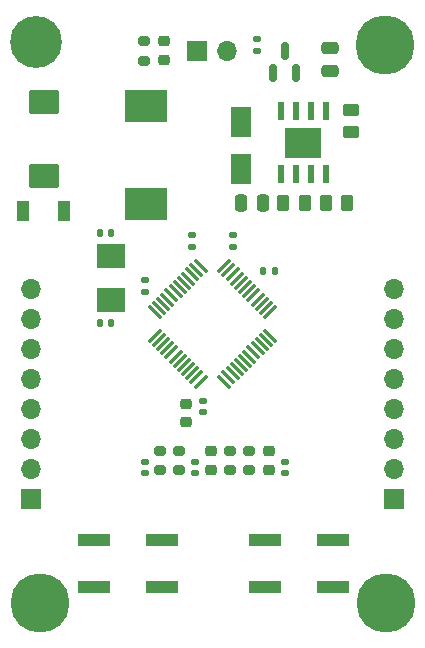
<source format=gbr>
%TF.GenerationSoftware,KiCad,Pcbnew,(6.0.8)*%
%TF.CreationDate,2022-12-02T21:09:01+01:00*%
%TF.ProjectId,mcudev,6d637564-6576-42e6-9b69-6361645f7063,rev?*%
%TF.SameCoordinates,Original*%
%TF.FileFunction,Soldermask,Top*%
%TF.FilePolarity,Negative*%
%FSLAX46Y46*%
G04 Gerber Fmt 4.6, Leading zero omitted, Abs format (unit mm)*
G04 Created by KiCad (PCBNEW (6.0.8)) date 2022-12-02 21:09:01*
%MOMM*%
%LPD*%
G01*
G04 APERTURE LIST*
G04 Aperture macros list*
%AMRoundRect*
0 Rectangle with rounded corners*
0 $1 Rounding radius*
0 $2 $3 $4 $5 $6 $7 $8 $9 X,Y pos of 4 corners*
0 Add a 4 corners polygon primitive as box body*
4,1,4,$2,$3,$4,$5,$6,$7,$8,$9,$2,$3,0*
0 Add four circle primitives for the rounded corners*
1,1,$1+$1,$2,$3*
1,1,$1+$1,$4,$5*
1,1,$1+$1,$6,$7*
1,1,$1+$1,$8,$9*
0 Add four rect primitives between the rounded corners*
20,1,$1+$1,$2,$3,$4,$5,0*
20,1,$1+$1,$4,$5,$6,$7,0*
20,1,$1+$1,$6,$7,$8,$9,0*
20,1,$1+$1,$8,$9,$2,$3,0*%
G04 Aperture macros list end*
%ADD10C,4.400000*%
%ADD11C,0.700000*%
%ADD12RoundRect,0.225000X-0.250000X0.225000X-0.250000X-0.225000X0.250000X-0.225000X0.250000X0.225000X0*%
%ADD13RoundRect,0.200000X-0.275000X0.200000X-0.275000X-0.200000X0.275000X-0.200000X0.275000X0.200000X0*%
%ADD14R,3.600000X2.700000*%
%ADD15R,2.800000X1.000000*%
%ADD16RoundRect,0.140000X0.170000X-0.140000X0.170000X0.140000X-0.170000X0.140000X-0.170000X-0.140000X0*%
%ADD17RoundRect,0.147500X0.172500X-0.147500X0.172500X0.147500X-0.172500X0.147500X-0.172500X-0.147500X0*%
%ADD18RoundRect,0.250000X-0.262500X-0.450000X0.262500X-0.450000X0.262500X0.450000X-0.262500X0.450000X0*%
%ADD19C,0.800000*%
%ADD20C,5.000000*%
%ADD21R,1.700000X1.700000*%
%ADD22O,1.700000X1.700000*%
%ADD23RoundRect,0.140000X0.140000X0.170000X-0.140000X0.170000X-0.140000X-0.170000X0.140000X-0.170000X0*%
%ADD24RoundRect,0.150000X0.150000X-0.587500X0.150000X0.587500X-0.150000X0.587500X-0.150000X-0.587500X0*%
%ADD25R,2.400000X2.000000*%
%ADD26R,1.800000X2.500000*%
%ADD27RoundRect,0.200000X0.275000X-0.200000X0.275000X0.200000X-0.275000X0.200000X-0.275000X-0.200000X0*%
%ADD28RoundRect,0.135000X0.135000X0.185000X-0.135000X0.185000X-0.135000X-0.185000X0.135000X-0.185000X0*%
%ADD29RoundRect,0.250000X-0.475000X0.250000X-0.475000X-0.250000X0.475000X-0.250000X0.475000X0.250000X0*%
%ADD30RoundRect,0.250000X0.450000X-0.262500X0.450000X0.262500X-0.450000X0.262500X-0.450000X-0.262500X0*%
%ADD31RoundRect,0.140000X-0.170000X0.140000X-0.170000X-0.140000X0.170000X-0.140000X0.170000X0.140000X0*%
%ADD32RoundRect,0.250000X1.025000X-0.787500X1.025000X0.787500X-1.025000X0.787500X-1.025000X-0.787500X0*%
%ADD33RoundRect,0.075000X-0.521491X0.415425X0.415425X-0.521491X0.521491X-0.415425X-0.415425X0.521491X0*%
%ADD34RoundRect,0.075000X-0.521491X-0.415425X-0.415425X-0.521491X0.521491X0.415425X0.415425X0.521491X0*%
%ADD35R,0.600000X1.550000*%
%ADD36R,3.100000X2.600000*%
%ADD37RoundRect,0.218750X0.256250X-0.218750X0.256250X0.218750X-0.256250X0.218750X-0.256250X-0.218750X0*%
%ADD38R,1.100000X1.700000*%
%ADD39RoundRect,0.218750X-0.256250X0.218750X-0.256250X-0.218750X0.256250X-0.218750X0.256250X0.218750X0*%
%ADD40RoundRect,0.250000X0.250000X0.475000X-0.250000X0.475000X-0.250000X-0.475000X0.250000X-0.475000X0*%
G04 APERTURE END LIST*
D10*
%TO.C,H3*%
X125600000Y-56600000D03*
D11*
X123950000Y-56600000D03*
X127250000Y-56600000D03*
X124433274Y-55433274D03*
X125600000Y-58250000D03*
X126766726Y-57766726D03*
X126766726Y-55433274D03*
X125600000Y-54950000D03*
X124433274Y-57766726D03*
%TD*%
D12*
%TO.C,U1*%
X138300000Y-87275000D03*
X138300000Y-88825000D03*
%TD*%
D13*
%TO.C,R6*%
X136087500Y-91265000D03*
X136087500Y-92915000D03*
%TD*%
D14*
%TO.C,L1*%
X134863333Y-62050000D03*
X134863333Y-70350000D03*
%TD*%
D15*
%TO.C,SW1*%
X150741666Y-98800000D03*
X144941666Y-98800000D03*
X144941666Y-102800000D03*
X150741666Y-102800000D03*
%TD*%
D16*
%TO.C,U11*%
X139012500Y-93140000D03*
X139012500Y-92180000D03*
%TD*%
D17*
%TO.C,F1*%
X144240000Y-57395000D03*
X144240000Y-56425000D03*
%TD*%
D18*
%TO.C,R10*%
X150095000Y-70270000D03*
X151920000Y-70270000D03*
%TD*%
D15*
%TO.C,SW2*%
X130470000Y-102810000D03*
X136270000Y-102810000D03*
X136270000Y-98810000D03*
X130470000Y-98810000D03*
%TD*%
D13*
%TO.C,R1*%
X143615000Y-91265000D03*
X143615000Y-92915000D03*
%TD*%
D19*
%TO.C,H2*%
X156485825Y-102814175D03*
X155160000Y-106015000D03*
X157035000Y-104140000D03*
X153834175Y-102814175D03*
X156485825Y-105465825D03*
X153285000Y-104140000D03*
X155160000Y-102265000D03*
D20*
X155160000Y-104140000D03*
D19*
X153834175Y-105465825D03*
%TD*%
D13*
%TO.C,R2*%
X142017500Y-91265000D03*
X142017500Y-92915000D03*
%TD*%
D21*
%TO.C,J1*%
X155900000Y-95300000D03*
D22*
X155900000Y-92760000D03*
X155900000Y-90220000D03*
X155900000Y-87680000D03*
X155900000Y-85140000D03*
X155900000Y-82600000D03*
X155900000Y-80060000D03*
X155900000Y-77520000D03*
%TD*%
D23*
%TO.C,U8*%
X131900000Y-72800000D03*
X130940000Y-72800000D03*
%TD*%
D24*
%TO.C,Q1*%
X145655000Y-59275000D03*
X147555000Y-59275000D03*
X146605000Y-57400000D03*
%TD*%
D19*
%TO.C,H1*%
X125870000Y-102245000D03*
X125870000Y-105995000D03*
X127195825Y-102794175D03*
X127195825Y-105445825D03*
X124544175Y-105445825D03*
X124544175Y-102794175D03*
X123995000Y-104120000D03*
D20*
X125870000Y-104120000D03*
D19*
X127745000Y-104120000D03*
%TD*%
D25*
%TO.C,U7*%
X131900000Y-74750000D03*
X131900000Y-78450000D03*
%TD*%
D21*
%TO.C,J2*%
X125100000Y-95300000D03*
D22*
X125100000Y-92760000D03*
X125100000Y-90220000D03*
X125100000Y-87680000D03*
X125100000Y-85140000D03*
X125100000Y-82600000D03*
X125100000Y-80060000D03*
X125100000Y-77520000D03*
%TD*%
D16*
%TO.C,U6*%
X146620000Y-93140000D03*
X146620000Y-92180000D03*
%TD*%
D18*
%TO.C,R9*%
X146514583Y-70270000D03*
X148339583Y-70270000D03*
%TD*%
D26*
%TO.C,D3*%
X142876666Y-67410000D03*
X142876666Y-63410000D03*
%TD*%
D16*
%TO.C,U3*%
X134800000Y-77780000D03*
X134800000Y-76820000D03*
%TD*%
D27*
%TO.C,R7*%
X137685000Y-92915000D03*
X137685000Y-91265000D03*
%TD*%
%TO.C,R8*%
X134700000Y-58225000D03*
X134700000Y-56575000D03*
%TD*%
D16*
%TO.C,U2*%
X142200000Y-73980000D03*
X142200000Y-73020000D03*
%TD*%
D28*
%TO.C,R3*%
X145770000Y-76060000D03*
X144750000Y-76060000D03*
%TD*%
D29*
%TO.C,U15*%
X150430000Y-57160000D03*
X150430000Y-59060000D03*
%TD*%
D30*
%TO.C,R11*%
X152190000Y-64242500D03*
X152190000Y-62417500D03*
%TD*%
D16*
%TO.C,U5*%
X138800000Y-73980000D03*
X138800000Y-73020000D03*
%TD*%
D31*
%TO.C,U12*%
X134760000Y-92180000D03*
X134760000Y-93140000D03*
%TD*%
D19*
%TO.C,H4*%
X156475825Y-55574175D03*
X155150000Y-58775000D03*
X153824175Y-55574175D03*
X153275000Y-56900000D03*
D20*
X155150000Y-56900000D03*
D19*
X157025000Y-56900000D03*
X153824175Y-58225825D03*
X155150000Y-55025000D03*
X156475825Y-58225825D03*
%TD*%
D32*
%TO.C,C1*%
X126200000Y-67962500D03*
X126200000Y-61737500D03*
%TD*%
D33*
%TO.C,STM32F30*%
X139494105Y-75612124D03*
X139140551Y-75965678D03*
X138786998Y-76319231D03*
X138433444Y-76672785D03*
X138079891Y-77026338D03*
X137726338Y-77379891D03*
X137372784Y-77733445D03*
X137019231Y-78086998D03*
X136665678Y-78440551D03*
X136312124Y-78794105D03*
X135958571Y-79147658D03*
X135605017Y-79501212D03*
D34*
X135605017Y-81498788D03*
X135958571Y-81852342D03*
X136312124Y-82205895D03*
X136665678Y-82559449D03*
X137019231Y-82913002D03*
X137372784Y-83266555D03*
X137726338Y-83620109D03*
X138079891Y-83973662D03*
X138433444Y-84327215D03*
X138786998Y-84680769D03*
X139140551Y-85034322D03*
X139494105Y-85387876D03*
D33*
X141491681Y-85387876D03*
X141845235Y-85034322D03*
X142198788Y-84680769D03*
X142552342Y-84327215D03*
X142905895Y-83973662D03*
X143259448Y-83620109D03*
X143613002Y-83266555D03*
X143966555Y-82913002D03*
X144320108Y-82559449D03*
X144673662Y-82205895D03*
X145027215Y-81852342D03*
X145380769Y-81498788D03*
D34*
X145380769Y-79501212D03*
X145027215Y-79147658D03*
X144673662Y-78794105D03*
X144320108Y-78440551D03*
X143966555Y-78086998D03*
X143613002Y-77733445D03*
X143259448Y-77379891D03*
X142905895Y-77026338D03*
X142552342Y-76672785D03*
X142198788Y-76319231D03*
X141845235Y-75965678D03*
X141491681Y-75612124D03*
%TD*%
D35*
%TO.C,U14*%
X146285000Y-67850000D03*
X147555000Y-67850000D03*
X148825000Y-67850000D03*
X150095000Y-67850000D03*
X150095000Y-62450000D03*
X148825000Y-62450000D03*
X147555000Y-62450000D03*
X146285000Y-62450000D03*
D36*
X148190000Y-65150000D03*
%TD*%
D21*
%TO.C,J4*%
X139217893Y-57400000D03*
D22*
X141757893Y-57400000D03*
%TD*%
D37*
%TO.C,D4*%
X136400000Y-58167500D03*
X136400000Y-56592500D03*
%TD*%
D31*
%TO.C,U4*%
X139700000Y-87020000D03*
X139700000Y-87980000D03*
%TD*%
D38*
%TO.C,D5*%
X127900000Y-70975000D03*
X124500000Y-70975000D03*
%TD*%
D39*
%TO.C,D2*%
X140380000Y-91302500D03*
X140380000Y-92877500D03*
%TD*%
D23*
%TO.C,U9*%
X131900000Y-80400000D03*
X130940000Y-80400000D03*
%TD*%
D39*
%TO.C,D1*%
X145252500Y-91302500D03*
X145252500Y-92877500D03*
%TD*%
D40*
%TO.C,U13*%
X144776666Y-70240000D03*
X142876666Y-70240000D03*
%TD*%
M02*

</source>
